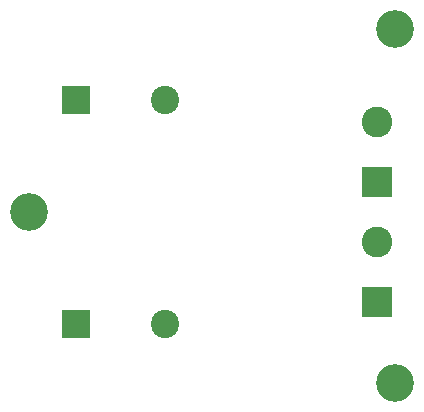
<source format=gbr>
%TF.GenerationSoftware,KiCad,Pcbnew,7.0.7*%
%TF.CreationDate,2023-09-12T13:53:03+02:00*%
%TF.ProjectId,CDU,4344552e-6b69-4636-9164-5f7063625858,rev?*%
%TF.SameCoordinates,Original*%
%TF.FileFunction,Soldermask,Bot*%
%TF.FilePolarity,Negative*%
%FSLAX46Y46*%
G04 Gerber Fmt 4.6, Leading zero omitted, Abs format (unit mm)*
G04 Created by KiCad (PCBNEW 7.0.7) date 2023-09-12 13:53:03*
%MOMM*%
%LPD*%
G01*
G04 APERTURE LIST*
%ADD10R,2.400000X2.400000*%
%ADD11C,2.400000*%
%ADD12C,3.200000*%
%ADD13R,2.600000X2.600000*%
%ADD14C,2.600000*%
G04 APERTURE END LIST*
D10*
%TO.C,C1002*%
X85487246Y-80500000D03*
D11*
X92987246Y-80500000D03*
%TD*%
D10*
%TO.C,C1001*%
X85487246Y-61500000D03*
D11*
X92987246Y-61500000D03*
%TD*%
D12*
%TO.C,REF\u002A\u002A*%
X81500000Y-71000000D03*
%TD*%
%TO.C,REF\u002A\u002A*%
X112500000Y-55500000D03*
%TD*%
D13*
%TO.C,J1002*%
X111000000Y-78580000D03*
D14*
X111000000Y-73500000D03*
%TD*%
D12*
%TO.C,REF\u002A\u002A*%
X112500000Y-85500000D03*
%TD*%
D13*
%TO.C,J1001*%
X111000000Y-68420000D03*
D14*
X111000000Y-63340000D03*
%TD*%
M02*

</source>
